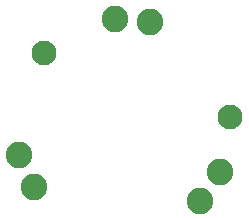
<source format=gbr>
%TF.GenerationSoftware,KiCad,Pcbnew,7.0.10*%
%TF.CreationDate,2024-11-13T08:35:09-08:00*%
%TF.ProjectId,ballBearingBoard241112,62616c6c-4265-4617-9269-6e67426f6172,rev?*%
%TF.SameCoordinates,Original*%
%TF.FileFunction,Soldermask,Bot*%
%TF.FilePolarity,Negative*%
%FSLAX46Y46*%
G04 Gerber Fmt 4.6, Leading zero omitted, Abs format (unit mm)*
G04 Created by KiCad (PCBNEW 7.0.10) date 2024-11-13 08:35:09*
%MOMM*%
%LPD*%
G01*
G04 APERTURE LIST*
%ADD10C,2.100000*%
%ADD11C,2.250000*%
G04 APERTURE END LIST*
D10*
%TO.C,REF\u002A\u002A*%
X9097491Y720689D03*
%TD*%
D11*
%TO.C,J3*%
X-8790648Y-2443541D03*
%TD*%
%TO.C,J1*%
X6512006Y-6390918D03*
%TD*%
%TO.C,J2*%
X-7522843Y-5163025D03*
%TD*%
%TO.C,J5*%
X2278693Y8835019D03*
%TD*%
%TO.C,J6*%
X8232736Y-3933460D03*
%TD*%
%TO.C,J4*%
X-709888Y9096485D03*
%TD*%
D10*
%TO.C,REF\u002A\u002A*%
X-6654800Y6197600D03*
%TD*%
M02*

</source>
